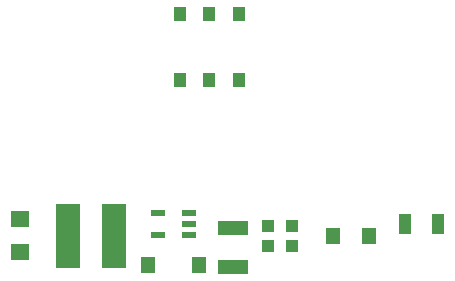
<source format=gbr>
G04 EAGLE Gerber RS-274X export*
G75*
%MOMM*%
%FSLAX34Y34*%
%LPD*%
%INSolderpaste Top*%
%IPPOS*%
%AMOC8*
5,1,8,0,0,1.08239X$1,22.5*%
G01*
%ADD10R,1.270000X1.470000*%
%ADD11R,2.150000X5.500000*%
%ADD12R,2.500000X1.200000*%
%ADD13R,1.600000X1.400000*%
%ADD14R,1.000000X1.100000*%
%ADD15R,1.200000X1.400000*%
%ADD16R,1.200000X0.550000*%
%ADD17R,1.000000X1.150000*%
%ADD18R,1.000000X1.800000*%


D10*
X-51500Y-95000D03*
X-8500Y-95000D03*
D11*
X-80800Y-70000D03*
X-119200Y-70000D03*
D12*
X20000Y-96500D03*
X20000Y-63500D03*
D13*
X-160000Y-84000D03*
X-160000Y-56000D03*
D14*
X50000Y-61500D03*
X50000Y-78500D03*
X70000Y-78500D03*
X70000Y-61500D03*
D15*
X105000Y-70000D03*
X135000Y-70000D03*
D16*
X-16999Y-69500D03*
X-16999Y-60000D03*
X-16999Y-50500D03*
X-43001Y-50500D03*
X-43001Y-69500D03*
D17*
X-25000Y61750D03*
X0Y61750D03*
X25000Y61750D03*
X-25000Y118250D03*
X0Y118250D03*
X25000Y118250D03*
D18*
X166000Y-60000D03*
X194000Y-60000D03*
M02*

</source>
